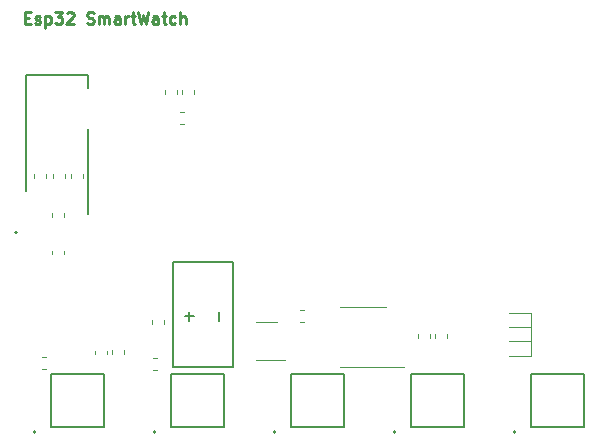
<source format=gbr>
G04 #@! TF.GenerationSoftware,KiCad,Pcbnew,(5.0.1)-3*
G04 #@! TF.CreationDate,2019-11-22T16:36:38-05:00*
G04 #@! TF.ProjectId,SmartWatch,536D61727457617463682E6B69636164,rev?*
G04 #@! TF.SameCoordinates,Original*
G04 #@! TF.FileFunction,Legend,Top*
G04 #@! TF.FilePolarity,Positive*
%FSLAX46Y46*%
G04 Gerber Fmt 4.6, Leading zero omitted, Abs format (unit mm)*
G04 Created by KiCad (PCBNEW (5.0.1)-3) date 11/22/2019 4:36:38 PM*
%MOMM*%
%LPD*%
G01*
G04 APERTURE LIST*
%ADD10C,0.250000*%
%ADD11C,0.120000*%
%ADD12C,0.200000*%
%ADD13C,0.127000*%
%ADD14C,0.150000*%
G04 APERTURE END LIST*
D10*
X185593885Y-79887771D02*
X185927219Y-79887771D01*
X186070076Y-80411580D02*
X185593885Y-80411580D01*
X185593885Y-79411580D01*
X186070076Y-79411580D01*
X186451028Y-80363961D02*
X186546266Y-80411580D01*
X186736742Y-80411580D01*
X186831980Y-80363961D01*
X186879600Y-80268723D01*
X186879600Y-80221104D01*
X186831980Y-80125866D01*
X186736742Y-80078247D01*
X186593885Y-80078247D01*
X186498647Y-80030628D01*
X186451028Y-79935390D01*
X186451028Y-79887771D01*
X186498647Y-79792533D01*
X186593885Y-79744914D01*
X186736742Y-79744914D01*
X186831980Y-79792533D01*
X187308171Y-79744914D02*
X187308171Y-80744914D01*
X187308171Y-79792533D02*
X187403409Y-79744914D01*
X187593885Y-79744914D01*
X187689123Y-79792533D01*
X187736742Y-79840152D01*
X187784361Y-79935390D01*
X187784361Y-80221104D01*
X187736742Y-80316342D01*
X187689123Y-80363961D01*
X187593885Y-80411580D01*
X187403409Y-80411580D01*
X187308171Y-80363961D01*
X188117695Y-79411580D02*
X188736742Y-79411580D01*
X188403409Y-79792533D01*
X188546266Y-79792533D01*
X188641504Y-79840152D01*
X188689123Y-79887771D01*
X188736742Y-79983009D01*
X188736742Y-80221104D01*
X188689123Y-80316342D01*
X188641504Y-80363961D01*
X188546266Y-80411580D01*
X188260552Y-80411580D01*
X188165314Y-80363961D01*
X188117695Y-80316342D01*
X189117695Y-79506819D02*
X189165314Y-79459200D01*
X189260552Y-79411580D01*
X189498647Y-79411580D01*
X189593885Y-79459200D01*
X189641504Y-79506819D01*
X189689123Y-79602057D01*
X189689123Y-79697295D01*
X189641504Y-79840152D01*
X189070076Y-80411580D01*
X189689123Y-80411580D01*
X190831980Y-80363961D02*
X190974838Y-80411580D01*
X191212933Y-80411580D01*
X191308171Y-80363961D01*
X191355790Y-80316342D01*
X191403409Y-80221104D01*
X191403409Y-80125866D01*
X191355790Y-80030628D01*
X191308171Y-79983009D01*
X191212933Y-79935390D01*
X191022457Y-79887771D01*
X190927219Y-79840152D01*
X190879600Y-79792533D01*
X190831980Y-79697295D01*
X190831980Y-79602057D01*
X190879600Y-79506819D01*
X190927219Y-79459200D01*
X191022457Y-79411580D01*
X191260552Y-79411580D01*
X191403409Y-79459200D01*
X191831980Y-80411580D02*
X191831980Y-79744914D01*
X191831980Y-79840152D02*
X191879600Y-79792533D01*
X191974838Y-79744914D01*
X192117695Y-79744914D01*
X192212933Y-79792533D01*
X192260552Y-79887771D01*
X192260552Y-80411580D01*
X192260552Y-79887771D02*
X192308171Y-79792533D01*
X192403409Y-79744914D01*
X192546266Y-79744914D01*
X192641504Y-79792533D01*
X192689123Y-79887771D01*
X192689123Y-80411580D01*
X193593885Y-80411580D02*
X193593885Y-79887771D01*
X193546266Y-79792533D01*
X193451028Y-79744914D01*
X193260552Y-79744914D01*
X193165314Y-79792533D01*
X193593885Y-80363961D02*
X193498647Y-80411580D01*
X193260552Y-80411580D01*
X193165314Y-80363961D01*
X193117695Y-80268723D01*
X193117695Y-80173485D01*
X193165314Y-80078247D01*
X193260552Y-80030628D01*
X193498647Y-80030628D01*
X193593885Y-79983009D01*
X194070076Y-80411580D02*
X194070076Y-79744914D01*
X194070076Y-79935390D02*
X194117695Y-79840152D01*
X194165314Y-79792533D01*
X194260552Y-79744914D01*
X194355790Y-79744914D01*
X194546266Y-79744914D02*
X194927219Y-79744914D01*
X194689123Y-79411580D02*
X194689123Y-80268723D01*
X194736742Y-80363961D01*
X194831980Y-80411580D01*
X194927219Y-80411580D01*
X195165314Y-79411580D02*
X195403409Y-80411580D01*
X195593885Y-79697295D01*
X195784361Y-80411580D01*
X196022457Y-79411580D01*
X196831980Y-80411580D02*
X196831980Y-79887771D01*
X196784361Y-79792533D01*
X196689123Y-79744914D01*
X196498647Y-79744914D01*
X196403409Y-79792533D01*
X196831980Y-80363961D02*
X196736742Y-80411580D01*
X196498647Y-80411580D01*
X196403409Y-80363961D01*
X196355790Y-80268723D01*
X196355790Y-80173485D01*
X196403409Y-80078247D01*
X196498647Y-80030628D01*
X196736742Y-80030628D01*
X196831980Y-79983009D01*
X197165314Y-79744914D02*
X197546266Y-79744914D01*
X197308171Y-79411580D02*
X197308171Y-80268723D01*
X197355790Y-80363961D01*
X197451028Y-80411580D01*
X197546266Y-80411580D01*
X198308171Y-80363961D02*
X198212933Y-80411580D01*
X198022457Y-80411580D01*
X197927219Y-80363961D01*
X197879600Y-80316342D01*
X197831980Y-80221104D01*
X197831980Y-79935390D01*
X197879600Y-79840152D01*
X197927219Y-79792533D01*
X198022457Y-79744914D01*
X198212933Y-79744914D01*
X198308171Y-79792533D01*
X198736742Y-80411580D02*
X198736742Y-79411580D01*
X199165314Y-80411580D02*
X199165314Y-79887771D01*
X199117695Y-79792533D01*
X199022457Y-79744914D01*
X198879600Y-79744914D01*
X198784361Y-79792533D01*
X198736742Y-79840152D01*
D11*
G04 #@! TO.C,C10*
X197406800Y-85994021D02*
X197406800Y-86319579D01*
X198426800Y-85994021D02*
X198426800Y-86319579D01*
G04 #@! TO.C,C2*
X220266800Y-106995179D02*
X220266800Y-106669621D01*
X221286800Y-106995179D02*
X221286800Y-106669621D01*
G04 #@! TO.C,C3*
X219864400Y-106995179D02*
X219864400Y-106669621D01*
X218844400Y-106995179D02*
X218844400Y-106669621D01*
G04 #@! TO.C,C1*
X209204779Y-105615200D02*
X208879221Y-105615200D01*
X209204779Y-104595200D02*
X208879221Y-104595200D01*
G04 #@! TO.C,U1*
X217673600Y-109494000D02*
X212273600Y-109494000D01*
X216173600Y-104374000D02*
X212273600Y-104374000D01*
D12*
G04 #@! TO.C,SW4*
X186492000Y-114968000D02*
G75*
G03X186492000Y-114968000I-100000J0D01*
G01*
D13*
X187742000Y-114518000D02*
X192242000Y-114518000D01*
X187742000Y-114518000D02*
X187742000Y-110018000D01*
X192242000Y-110018000D02*
X187742000Y-110018000D01*
X192242000Y-110018000D02*
X192242000Y-114518000D01*
G04 #@! TO.C,SW5*
X202402000Y-110018000D02*
X202402000Y-114518000D01*
X202402000Y-110018000D02*
X197902000Y-110018000D01*
X197902000Y-114518000D02*
X197902000Y-110018000D01*
X197902000Y-114518000D02*
X202402000Y-114518000D01*
D12*
X196652000Y-114968000D02*
G75*
G03X196652000Y-114968000I-100000J0D01*
G01*
G04 #@! TO.C,SW1*
X206812000Y-114968000D02*
G75*
G03X206812000Y-114968000I-100000J0D01*
G01*
D13*
X208062000Y-114518000D02*
X212562000Y-114518000D01*
X208062000Y-114518000D02*
X208062000Y-110018000D01*
X212562000Y-110018000D02*
X208062000Y-110018000D01*
X212562000Y-110018000D02*
X212562000Y-114518000D01*
G04 #@! TO.C,SW2*
X222722000Y-110018000D02*
X222722000Y-114518000D01*
X222722000Y-110018000D02*
X218222000Y-110018000D01*
X218222000Y-114518000D02*
X218222000Y-110018000D01*
X218222000Y-114518000D02*
X222722000Y-114518000D01*
D12*
X216972000Y-114968000D02*
G75*
G03X216972000Y-114968000I-100000J0D01*
G01*
G04 #@! TO.C,SW3*
X227132000Y-114968000D02*
G75*
G03X227132000Y-114968000I-100000J0D01*
G01*
D13*
X228382000Y-114518000D02*
X232882000Y-114518000D01*
X228382000Y-114518000D02*
X228382000Y-110018000D01*
X232882000Y-110018000D02*
X228382000Y-110018000D01*
X232882000Y-110018000D02*
X232882000Y-114518000D01*
D14*
G04 #@! TO.C,J2*
X203200000Y-100584000D02*
X198120000Y-100584000D01*
X198120000Y-100584000D02*
X198120000Y-109474000D01*
X198120000Y-109474000D02*
X203200000Y-109474000D01*
X203200000Y-109474000D02*
X203200000Y-100584000D01*
D11*
G04 #@! TO.C,C9*
X189431200Y-93482379D02*
X189431200Y-93156821D01*
X190451200Y-93482379D02*
X190451200Y-93156821D01*
G04 #@! TO.C,C11*
X199849200Y-85994021D02*
X199849200Y-86319579D01*
X198829200Y-85994021D02*
X198829200Y-86319579D01*
G04 #@! TO.C,C12*
X187352400Y-93431579D02*
X187352400Y-93106021D01*
X186332400Y-93431579D02*
X186332400Y-93106021D01*
G04 #@! TO.C,C13*
X187856400Y-96784379D02*
X187856400Y-96458821D01*
X188876400Y-96784379D02*
X188876400Y-96458821D01*
G04 #@! TO.C,D1*
X228378400Y-108499200D02*
X228378400Y-107299200D01*
X226528400Y-108499200D02*
X228378400Y-108499200D01*
X226528400Y-107299200D02*
X228378400Y-107299200D01*
G04 #@! TO.C,D3*
X226528400Y-106080000D02*
X228378400Y-106080000D01*
X226528400Y-107280000D02*
X228378400Y-107280000D01*
X228378400Y-107280000D02*
X228378400Y-106080000D01*
G04 #@! TO.C,D4*
X228440400Y-106111600D02*
X228440400Y-104911600D01*
X226590400Y-106111600D02*
X228440400Y-106111600D01*
X226590400Y-104911600D02*
X228440400Y-104911600D01*
G04 #@! TO.C,L1*
X187856400Y-99933979D02*
X187856400Y-99608421D01*
X188876400Y-99933979D02*
X188876400Y-99608421D01*
G04 #@! TO.C,R20*
X188927200Y-93482379D02*
X188927200Y-93156821D01*
X187907200Y-93482379D02*
X187907200Y-93156821D01*
G04 #@! TO.C,R22*
X198993979Y-88851200D02*
X198668421Y-88851200D01*
X198993979Y-87831200D02*
X198668421Y-87831200D01*
G04 #@! TO.C,R18*
X191514000Y-108392279D02*
X191514000Y-108066721D01*
X192534000Y-108392279D02*
X192534000Y-108066721D01*
D13*
G04 #@! TO.C,J3*
X190916000Y-96529000D02*
X190916000Y-89279000D01*
X185686000Y-94594000D02*
X185686000Y-84744000D01*
X185686000Y-84744000D02*
X190916000Y-84744000D01*
X190916000Y-84744000D02*
X190916000Y-85804000D01*
X184903319Y-98044000D02*
G75*
G03X184903319Y-98044000I-87319J0D01*
G01*
D11*
G04 #@! TO.C,C8*
X197360000Y-105501221D02*
X197360000Y-105826779D01*
X196340000Y-105501221D02*
X196340000Y-105826779D01*
G04 #@! TO.C,U4*
X206944800Y-105628800D02*
X205144800Y-105628800D01*
X205144800Y-108848800D02*
X207594800Y-108848800D01*
G04 #@! TO.C,R3*
X196433221Y-109679200D02*
X196758779Y-109679200D01*
X196433221Y-108659200D02*
X196758779Y-108659200D01*
G04 #@! TO.C,R8*
X187309979Y-108608400D02*
X186984421Y-108608400D01*
X187309979Y-109628400D02*
X186984421Y-109628400D01*
G04 #@! TO.C,R4*
X192936400Y-108041221D02*
X192936400Y-108366779D01*
X193956400Y-108041221D02*
X193956400Y-108366779D01*
G04 #@! TO.C,J2*
D14*
X199461428Y-105536952D02*
X199461428Y-104775047D01*
X199842380Y-105156000D02*
X199080476Y-105156000D01*
X202001428Y-105536952D02*
X202001428Y-104775047D01*
G04 #@! TD*
M02*

</source>
